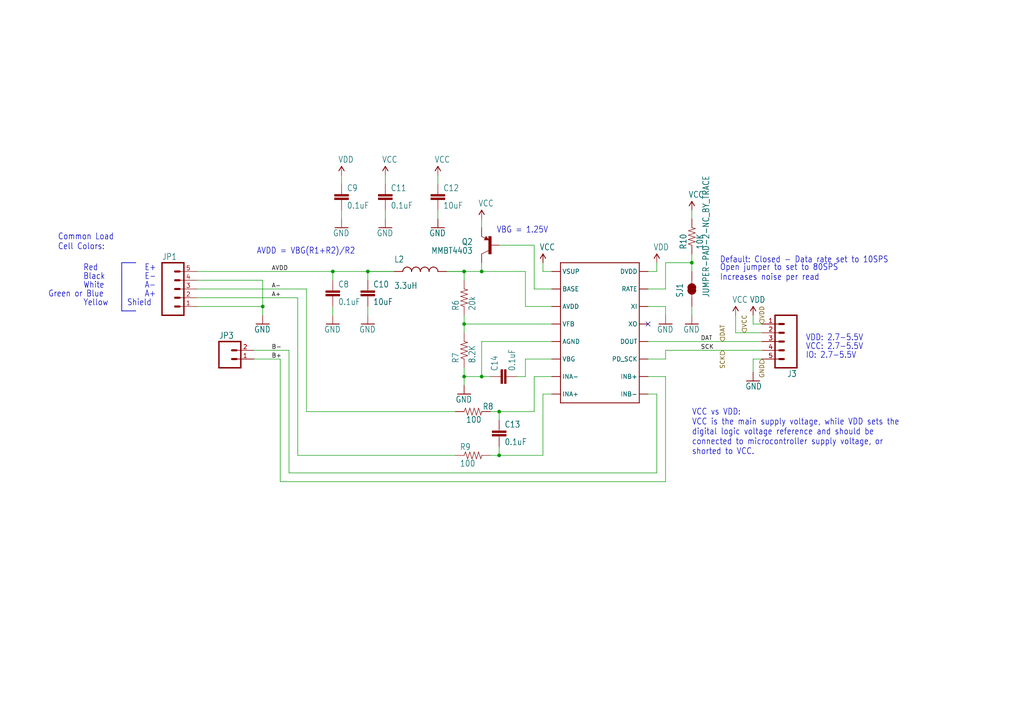
<source format=kicad_sch>
(kicad_sch (version 20231120) (generator "eeschema") (generator_version "8.0")
  (paper "A4")
  (title_block (title "Sparkfun_FASTRG_HX711_Load_Cell") (date "2024-05-20") (rev "v11") (company "Sparkfun, FAST Research Group") (comment 1 "Design by: N. Seidle") (comment 2 "Revision by: Alex Wende") (comment 3 "Revision by: Cameron K. Brooks") (comment 4 "Released under Creative Commons Attributions Share-Alike 4.0 License https://creativecommons.org/licenses/by-sa/4.0/"))
  (lib_symbols
    (symbol "SparkFun_HX711_Load_Cell-eagle-import:0.1UF-25V-5%(0603)"
      (property "Reference" "C" (at 1.524 2.921 0))
      (symbol "0.1UF-25V-5%(0603)_1_0"
        (rectangle (start -2.032 0.508) (end 2.032 1.016) (fill (type outline)))
        (rectangle (start -2.032 1.524) (end 2.032 2.032) (fill (type outline)))
        (polyline (pts (xy 0 0) (xy 0 0.508)) (stroke (width 0.1524)))
        (polyline (pts (xy 0 2.54) (xy 0 2.032)) (stroke (width 0.1524)))
        (pin passive line (at 0 5.08 270) (length 2.54) (name "1") (number "1"))
        (pin passive line (at 0 -2.54 90) (length 2.54) (name "2") (number "2"))
      )
    )
    (symbol "SparkFun_HX711_Load_Cell-eagle-import:100OHM-1/10W-1%(0603)"
      (property "Reference" "R" (at -3.81 1.4986 0))
      (symbol "100OHM-1/10W-1%(0603)_1_0"
        (polyline (pts (xy -2.54 0) (xy -2.159 1.016)) (stroke (width 0.1524)))
        (polyline (pts (xy -2.159 1.016) (xy -1.524 -1.016)) (stroke (width 0.1524)))
        (polyline (pts (xy -1.524 -1.016) (xy -0.889 1.016)) (stroke (width 0.1524)))
        (polyline (pts (xy -0.889 1.016) (xy -0.254 -1.016)) (stroke (width 0.1524)))
        (polyline (pts (xy -0.254 -1.016) (xy 0.381 1.016)) (stroke (width 0.1524)))
        (polyline (pts (xy 0.381 1.016) (xy 1.016 -1.016)) (stroke (width 0.1524)))
        (polyline (pts (xy 1.016 -1.016) (xy 1.651 1.016)) (stroke (width 0.1524)))
        (polyline (pts (xy 1.651 1.016) (xy 2.286 -1.016)) (stroke (width 0.1524)))
        (polyline (pts (xy 2.286 -1.016) (xy 2.54 0)) (stroke (width 0.1524)))
        (pin passive line (at -5.08 0 0) (length 2.54) (name "1") (number "1"))
        (pin passive line (at 5.08 0 180) (length 2.54) (name "2") (number "2"))
      )
    )
    (symbol "SparkFun_HX711_Load_Cell-eagle-import:10KOHM-1/10W-1%(0603)0603"
      (property "Reference" "R" (at -3.81 1.4986 0))
      (symbol "10KOHM-1/10W-1%(0603)0603_1_0"
        (polyline (pts (xy -2.54 0) (xy -2.159 1.016)) (stroke (width 0.1524)))
        (polyline (pts (xy -2.159 1.016) (xy -1.524 -1.016)) (stroke (width 0.1524)))
        (polyline (pts (xy -1.524 -1.016) (xy -0.889 1.016)) (stroke (width 0.1524)))
        (polyline (pts (xy -0.889 1.016) (xy -0.254 -1.016)) (stroke (width 0.1524)))
        (polyline (pts (xy -0.254 -1.016) (xy 0.381 1.016)) (stroke (width 0.1524)))
        (polyline (pts (xy 0.381 1.016) (xy 1.016 -1.016)) (stroke (width 0.1524)))
        (polyline (pts (xy 1.016 -1.016) (xy 1.651 1.016)) (stroke (width 0.1524)))
        (polyline (pts (xy 1.651 1.016) (xy 2.286 -1.016)) (stroke (width 0.1524)))
        (polyline (pts (xy 2.286 -1.016) (xy 2.54 0)) (stroke (width 0.1524)))
        (pin passive line (at -5.08 0 0) (length 2.54) (name "1") (number "1"))
        (pin passive line (at 5.08 0 180) (length 2.54) (name "2") (number "2"))
      )
    )
    (symbol "SparkFun_HX711_Load_Cell-eagle-import:10UF50V20%(1210)"
      (property "Reference" "C" (at 1.524 2.921 0))
      (symbol "10UF50V20%(1210)_1_0"
        (rectangle (start -2.032 0.508) (end 2.032 1.016) (fill (type outline)))
        (rectangle (start -2.032 1.524) (end 2.032 2.032) (fill (type outline)))
        (polyline (pts (xy 0 0) (xy 0 0.508)) (stroke (width 0.1524)))
        (polyline (pts (xy 0 2.54) (xy 0 2.032)) (stroke (width 0.1524)))
        (pin passive line (at 0 5.08 270) (length 2.54) (name "1") (number "1"))
        (pin passive line (at 0 -2.54 90) (length 2.54) (name "2") (number "2"))
      )
    )
    (symbol "SparkFun_HX711_Load_Cell-eagle-import:20KOHM1/10W1%(0603)"
      (property "Reference" "R" (at -3.81 1.4986 0))
      (symbol "20KOHM1/10W1%(0603)_1_0"
        (polyline (pts (xy -2.54 0) (xy -2.159 1.016)) (stroke (width 0.1524)))
        (polyline (pts (xy -2.159 1.016) (xy -1.524 -1.016)) (stroke (width 0.1524)))
        (polyline (pts (xy -1.524 -1.016) (xy -0.889 1.016)) (stroke (width 0.1524)))
        (polyline (pts (xy -0.889 1.016) (xy -0.254 -1.016)) (stroke (width 0.1524)))
        (polyline (pts (xy -0.254 -1.016) (xy 0.381 1.016)) (stroke (width 0.1524)))
        (polyline (pts (xy 0.381 1.016) (xy 1.016 -1.016)) (stroke (width 0.1524)))
        (polyline (pts (xy 1.016 -1.016) (xy 1.651 1.016)) (stroke (width 0.1524)))
        (polyline (pts (xy 1.651 1.016) (xy 2.286 -1.016)) (stroke (width 0.1524)))
        (polyline (pts (xy 2.286 -1.016) (xy 2.54 0)) (stroke (width 0.1524)))
        (pin passive line (at -5.08 0 0) (length 2.54) (name "1") (number "1"))
        (pin passive line (at 5.08 0 180) (length 2.54) (name "2") (number "2"))
      )
    )
    (symbol "SparkFun_HX711_Load_Cell-eagle-import:8.2KOHM-1/10W-5%(0603)"
      (property "Reference" "R" (at -3.81 1.4986 0))
      (symbol "8.2KOHM-1/10W-5%(0603)_1_0"
        (polyline (pts (xy -2.54 0) (xy -2.159 1.016)) (stroke (width 0.1524)))
        (polyline (pts (xy -2.159 1.016) (xy -1.524 -1.016)) (stroke (width 0.1524)))
        (polyline (pts (xy -1.524 -1.016) (xy -0.889 1.016)) (stroke (width 0.1524)))
        (polyline (pts (xy -0.889 1.016) (xy -0.254 -1.016)) (stroke (width 0.1524)))
        (polyline (pts (xy -0.254 -1.016) (xy 0.381 1.016)) (stroke (width 0.1524)))
        (polyline (pts (xy 0.381 1.016) (xy 1.016 -1.016)) (stroke (width 0.1524)))
        (polyline (pts (xy 1.016 -1.016) (xy 1.651 1.016)) (stroke (width 0.1524)))
        (polyline (pts (xy 1.651 1.016) (xy 2.286 -1.016)) (stroke (width 0.1524)))
        (polyline (pts (xy 2.286 -1.016) (xy 2.54 0)) (stroke (width 0.1524)))
        (pin passive line (at -5.08 0 0) (length 2.54) (name "1") (number "1"))
        (pin passive line (at 5.08 0 180) (length 2.54) (name "2") (number "2"))
      )
    )
    (symbol "SparkFun_HX711_Load_Cell-eagle-import:GND" (power)
      (symbol "GND_1_0"
        (polyline (pts (xy -1.905 0) (xy 1.905 0)) (stroke (width 0.254)))
        (pin power_in line (at 0 2.54 270) (length 2.54) (name "GND") (number "1"))
      )
    )
    (symbol "SparkFun_HX711_Load_Cell-eagle-import:HX711HX711"
      (symbol "HX711HX711_1_0"
        (polyline (pts (xy -12.7 -20.32) (xy -12.7 20.32)) (stroke (width 0.254)))
        (polyline (pts (xy -12.7 20.32) (xy 10.16 20.32)) (stroke (width 0.254)))
        (polyline (pts (xy 10.16 -20.32) (xy -12.7 -20.32)) (stroke (width 0.254)))
        (polyline (pts (xy 10.16 20.32) (xy 10.16 -20.32)) (stroke (width 0.254)))
        (pin bidirectional line (at -15.24 17.78 0) (length 2.54) (name "VSUP") (number "1"))
        (pin bidirectional line (at 12.7 -12.7 180) (length 2.54) (name "INB+") (number "10"))
        (pin bidirectional line (at 12.7 -7.62 180) (length 2.54) (name "PD_SCK") (number "11"))
        (pin bidirectional line (at 12.7 -2.54 180) (length 2.54) (name "DOUT") (number "12"))
        (pin bidirectional line (at 12.7 2.54 180) (length 2.54) (name "XO") (number "13"))
        (pin bidirectional line (at 12.7 7.62 180) (length 2.54) (name "XI") (number "14"))
        (pin bidirectional line (at 12.7 12.7 180) (length 2.54) (name "RATE") (number "15"))
        (pin bidirectional line (at 12.7 17.78 180) (length 2.54) (name "DVDD") (number "16"))
        (pin bidirectional line (at -15.24 12.7 0) (length 2.54) (name "BASE") (number "2"))
        (pin bidirectional line (at -15.24 7.62 0) (length 2.54) (name "AVDD") (number "3"))
        (pin bidirectional line (at -15.24 2.54 0) (length 2.54) (name "VFB") (number "4"))
        (pin bidirectional line (at -15.24 -2.54 0) (length 2.54) (name "AGND") (number "5"))
        (pin bidirectional line (at -15.24 -7.62 0) (length 2.54) (name "VBG") (number "6"))
        (pin bidirectional line (at -15.24 -12.7 0) (length 2.54) (name "INA-") (number "7"))
        (pin bidirectional line (at -15.24 -17.78 0) (length 2.54) (name "INA+") (number "8"))
        (pin bidirectional line (at 12.7 -17.78 180) (length 2.54) (name "INB-") (number "9"))
      )
    )
    (symbol "SparkFun_HX711_Load_Cell-eagle-import:INDUCTOR0805-IND"
      (property "Reference" "L" (at 2.54 5.08 0))
      (symbol "INDUCTOR0805-IND_1_0"
        (arc (start 0 -5.08) (mid 0.898 -4.708) (end 1.27 -3.81) (stroke (width 0.254)))
        (arc (start 0 -2.54) (mid 0.898 -2.168) (end 1.27 -1.27) (stroke (width 0.254)))
        (arc (start 0 0) (mid 0.898 0.372) (end 1.27 1.27) (stroke (width 0.254)))
        (arc (start 0 2.54) (mid 0.898 2.912) (end 1.27 3.81) (stroke (width 0.254)))
        (arc (start 1.27 -3.81) (mid 0.898 -2.912) (end 0 -2.54) (stroke (width 0.254)))
        (arc (start 1.27 -1.27) (mid 0.898 -0.372) (end 0 0) (stroke (width 0.254)))
        (arc (start 1.27 1.27) (mid 0.898 2.168) (end 0 2.54) (stroke (width 0.254)))
        (arc (start 1.27 3.81) (mid 0.898 4.708) (end 0 5.08) (stroke (width 0.254)))
        (pin passive line (at 0 7.62 270) (length 2.54) (name "1") (number "1"))
        (pin passive line (at 0 -7.62 90) (length 2.54) (name "2") (number "2"))
      )
    )
    (symbol "SparkFun_HX711_Load_Cell-eagle-import:JUMPER-PAD-2-NC_BY_TRACE"
      (property "Reference" "JP" (at -2.54 2.54 0))
      (symbol "JUMPER-PAD-2-NC_BY_TRACE_1_0"
        (arc (start -0.3808 0.635) (mid -1.0159 0.0001) (end -0.381 -0.635) (stroke (width 1.27)))
        (polyline (pts (xy -2.54 0) (xy -1.651 0)) (stroke (width 0.1524)))
        (polyline (pts (xy -0.762 0) (xy 1.016 0)) (stroke (width 0.254)))
        (polyline (pts (xy 2.54 0) (xy 1.651 0)) (stroke (width 0.1524)))
        (arc (start 0.3809 -0.6351) (mid 0.83 -0.4491) (end 1.016 0) (stroke (width 1.27)))
        (arc (start 1.0159 -0.0001) (mid 0.83 0.4489) (end 0.381 0.635) (stroke (width 1.27)))
        (pin passive line (at -5.08 0 0) (length 2.54) (name "1") (number "1"))
        (pin passive line (at 5.08 0 180) (length 2.54) (name "2") (number "2"))
      )
    )
    (symbol "SparkFun_HX711_Load_Cell-eagle-import:M02PTH"
      (property "Reference" "J" (at -2.54 5.842 0))
      (symbol "M02PTH_1_0"
        (polyline (pts (xy -2.54 5.08) (xy -2.54 -2.54)) (stroke (width 0.4064)))
        (polyline (pts (xy -2.54 5.08) (xy 3.81 5.08)) (stroke (width 0.4064)))
        (polyline (pts (xy 1.27 0) (xy 2.54 0)) (stroke (width 0.6096)))
        (polyline (pts (xy 1.27 2.54) (xy 2.54 2.54)) (stroke (width 0.6096)))
        (polyline (pts (xy 3.81 -2.54) (xy -2.54 -2.54)) (stroke (width 0.4064)))
        (polyline (pts (xy 3.81 -2.54) (xy 3.81 5.08)) (stroke (width 0.4064)))
        (pin passive line (at 7.62 0 180) (length 5.08) (name "1") (number "1"))
        (pin passive line (at 7.62 2.54 180) (length 5.08) (name "2") (number "2"))
      )
    )
    (symbol "SparkFun_HX711_Load_Cell-eagle-import:M05PTH"
      (property "Reference" "J" (at -2.54 8.382 0))
      (symbol "M05PTH_1_0"
        (polyline (pts (xy -2.54 7.62) (xy -2.54 -7.62)) (stroke (width 0.4064)))
        (polyline (pts (xy -2.54 7.62) (xy 3.81 7.62)) (stroke (width 0.4064)))
        (polyline (pts (xy 1.27 -5.08) (xy 2.54 -5.08)) (stroke (width 0.6096)))
        (polyline (pts (xy 1.27 -2.54) (xy 2.54 -2.54)) (stroke (width 0.6096)))
        (polyline (pts (xy 1.27 0) (xy 2.54 0)) (stroke (width 0.6096)))
        (polyline (pts (xy 1.27 2.54) (xy 2.54 2.54)) (stroke (width 0.6096)))
        (polyline (pts (xy 1.27 5.08) (xy 2.54 5.08)) (stroke (width 0.6096)))
        (polyline (pts (xy 3.81 -7.62) (xy -2.54 -7.62)) (stroke (width 0.4064)))
        (polyline (pts (xy 3.81 -7.62) (xy 3.81 7.62)) (stroke (width 0.4064)))
        (pin passive line (at 7.62 -5.08 180) (length 5.08) (name "1") (number "1"))
        (pin passive line (at 7.62 -2.54 180) (length 5.08) (name "2") (number "2"))
        (pin passive line (at 7.62 0 180) (length 5.08) (name "3") (number "3"))
        (pin passive line (at 7.62 2.54 180) (length 5.08) (name "4") (number "4"))
        (pin passive line (at 7.62 5.08 180) (length 5.08) (name "5") (number "5"))
      )
    )
    (symbol "SparkFun_HX711_Load_Cell-eagle-import:TRANSISTOR_PNPMMBT4403"
      (property "Reference" "Q" (at 5.08 0 0))
      (symbol "TRANSISTOR_PNPMMBT4403_1_0"
        (rectangle (start -0.254 -2.54) (end 0.508 2.54) (fill (type outline)))
        (polyline (pts (xy 0.508 -1.524) (xy 2.54 -2.54)) (stroke (width 0.1524)))
        (polyline (pts (xy 0.508 1.524) (xy 1.27 2.54)) (stroke (width 0.1524)))
        (polyline (pts (xy 0.8128 1.778) (xy 0.889 1.6256)) (stroke (width 0.2032)))
        (polyline (pts (xy 0.9398 1.8796) (xy 1.0414 1.651)) (stroke (width 0.2032)))
        (polyline (pts (xy 1.016 2.032) (xy 1.2192 1.6256)) (stroke (width 0.2032)))
        (polyline (pts (xy 1.143 2.159) (xy 1.397 1.6256)) (stroke (width 0.2032)))
        (polyline (pts (xy 1.2192 2.3114) (xy 1.5748 1.6256)) (stroke (width 0.2032)))
        (polyline (pts (xy 1.27 2.54) (xy 1.778 1.524)) (stroke (width 0.1524)))
        (polyline (pts (xy 1.778 1.524) (xy 0.508 1.524)) (stroke (width 0.1524)))
        (polyline (pts (xy 2.54 2.54) (xy 0.508 1.524)) (stroke (width 0.1524)))
        (pin passive line (at -2.54 0 0) (length 2.54) (name "B") (number "1"))
        (pin passive line (at 2.54 5.08 270) (length 2.54) (name "E") (number "2"))
        (pin passive line (at 2.54 -5.08 90) (length 2.54) (name "C") (number "3"))
      )
    )
    (symbol "SparkFun_HX711_Load_Cell-eagle-import:VCC" (power)
      (symbol "VCC_1_0"
        (polyline (pts (xy 0 2.54) (xy -0.762 1.27)) (stroke (width 0.254)))
        (polyline (pts (xy 0.762 1.27) (xy 0 2.54)) (stroke (width 0.254)))
        (pin power_in line (at 0 0 90) (length 2.54) (name "VCC") (number "1"))
      )
    )
    (symbol "SparkFun_HX711_Load_Cell-eagle-import:VDD" (power)
      (symbol "VDD_1_0"
        (polyline (pts (xy 0 2.54) (xy -0.762 1.27)) (stroke (width 0.254)))
        (polyline (pts (xy 0.762 1.27) (xy 0 2.54)) (stroke (width 0.254)))
        (pin power_in line (at 0 0 90) (length 2.54) (name "VDD") (number "1"))
      )
    )
  )
  (junction (at 144.78 119.38))
  (junction (at 139.7 109.22))
  (junction (at 134.62 78.74))
  (junction (at 139.7 78.74))
  (junction (at 144.78 132.08))
  (junction (at 76.2 88.9))
  (junction (at 134.62 109.22))
  (junction (at 200.66 76.2))
  (junction (at 96.52 78.74))
  (junction (at 134.62 93.98))
  (junction (at 106.68 78.74))
  (no_connect (at 187.96 93.98))
  (wire (pts (xy 57.15 88.9) (xy 76.2 88.9)) (stroke (width 0.1524)))
  (wire (pts (xy 160.02 93.98) (xy 134.62 93.98)) (stroke (width 0.1524)))
  (wire (pts (xy 193.04 139.7) (xy 81.28 139.7)) (stroke (width 0.1524)))
  (wire (pts (xy 152.4 109.22) (xy 149.86 109.22)) (stroke (width 0.1524)))
  (wire (pts (xy 81.28 139.7) (xy 81.28 104.14)) (stroke (width 0.1524)))
  (wire (pts (xy 134.62 111.76) (xy 134.62 109.22)) (stroke (width 0.1524)))
  (wire (pts (xy 139.7 78.74) (xy 134.62 78.74)) (stroke (width 0.1524)))
  (wire (pts (xy 193.04 104.14) (xy 193.04 101.6)) (stroke (width 0.1524)))
  (wire (pts (xy 160.02 88.9) (xy 152.4 88.9)) (stroke (width 0.1524)))
  (wire (pts (xy 157.48 132.08) (xy 144.78 132.08)) (stroke (width 0.1524)))
  (wire (pts (xy 111.76 63.5) (xy 111.76 60.96)) (stroke (width 0.1524)))
  (wire (pts (xy 83.82 137.16) (xy 83.82 101.6)) (stroke (width 0.1524)))
  (wire (pts (xy 160.02 104.14) (xy 152.4 104.14)) (stroke (width 0.1524)))
  (wire (pts (xy 142.24 109.22) (xy 139.7 109.22)) (stroke (width 0.1524)))
  (wire (pts (xy 96.52 78.74) (xy 57.15 78.74)) (stroke (width 0.1524)))
  (wire (pts (xy 99.06 63.5) (xy 99.06 60.96)) (stroke (width 0.1524)))
  (wire (pts (xy 193.04 101.6) (xy 220.98 101.6)) (stroke (width 0.1524)))
  (wire (pts (xy 144.78 121.92) (xy 144.78 119.38)) (stroke (width 0.1524)))
  (wire (pts (xy 139.7 63.5) (xy 139.7 66.04)) (stroke (width 0.1524)))
  (wire (pts (xy 200.66 63.5) (xy 200.66 60.96)) (stroke (width 0.1524)))
  (wire (pts (xy 144.78 119.38) (xy 142.24 119.38)) (stroke (width 0.1524)))
  (wire (pts (xy 106.68 78.74) (xy 106.68 81.28)) (stroke (width 0.1524)))
  (wire (pts (xy 106.68 78.74) (xy 96.52 78.74)) (stroke (width 0.1524)))
  (wire (pts (xy 106.68 91.44) (xy 106.68 88.9)) (stroke (width 0.1524)))
  (wire (pts (xy 157.48 78.74) (xy 160.02 78.74)) (stroke (width 0.1524)))
  (wire (pts (xy 144.78 129.54) (xy 144.78 132.08)) (stroke (width 0.1524)))
  (wire (pts (xy 132.08 132.08) (xy 86.36 132.08)) (stroke (width 0.1524)))
  (wire (pts (xy 134.62 93.98) (xy 134.62 91.44)) (stroke (width 0.1524)))
  (wire (pts (xy 187.96 104.14) (xy 193.04 104.14)) (stroke (width 0.1524)))
  (wire (pts (xy 190.5 114.3) (xy 190.5 137.16)) (stroke (width 0.1524)))
  (wire (pts (xy 134.62 96.52) (xy 134.62 93.98)) (stroke (width 0.1524)))
  (wire (pts (xy 190.5 137.16) (xy 83.82 137.16)) (stroke (width 0.1524)))
  (wire (pts (xy 200.66 76.2) (xy 193.04 76.2)) (stroke (width 0.1524)))
  (wire (pts (xy 154.94 109.22) (xy 154.94 119.38)) (stroke (width 0.1524)))
  (polyline (pts (xy 35.306 90.17) (xy 39.37 90.17)) (stroke (width 0.2032) (type solid)))
  (wire (pts (xy 218.44 91.44) (xy 218.44 93.98)) (stroke (width 0.1524)))
  (wire (pts (xy 190.5 78.74) (xy 190.5 76.2)) (stroke (width 0.1524)))
  (wire (pts (xy 111.76 50.8) (xy 111.76 53.34)) (stroke (width 0.1524)))
  (wire (pts (xy 134.62 106.68) (xy 134.62 109.22)) (stroke (width 0.1524)))
  (wire (pts (xy 187.96 99.06) (xy 220.98 99.06)) (stroke (width 0.1524)))
  (wire (pts (xy 200.66 76.2) (xy 200.66 78.74)) (stroke (width 0.1524)))
  (wire (pts (xy 88.9 119.38) (xy 88.9 83.82)) (stroke (width 0.1524)))
  (wire (pts (xy 139.7 99.06) (xy 139.7 109.22)) (stroke (width 0.1524)))
  (wire (pts (xy 139.7 76.2) (xy 139.7 78.74)) (stroke (width 0.1524)))
  (wire (pts (xy 144.78 71.12) (xy 154.94 71.12)) (stroke (width 0.1524)))
  (wire (pts (xy 154.94 119.38) (xy 144.78 119.38)) (stroke (width 0.1524)))
  (wire (pts (xy 218.44 104.14) (xy 218.44 107.95)) (stroke (width 0.1524)))
  (wire (pts (xy 152.4 78.74) (xy 139.7 78.74)) (stroke (width 0.1524)))
  (wire (pts (xy 152.4 88.9) (xy 152.4 78.74)) (stroke (width 0.1524)))
  (wire (pts (xy 193.04 109.22) (xy 193.04 139.7)) (stroke (width 0.1524)))
  (wire (pts (xy 96.52 81.28) (xy 96.52 78.74)) (stroke (width 0.1524)))
  (wire (pts (xy 134.62 81.28) (xy 134.62 78.74)) (stroke (width 0.1524)))
  (wire (pts (xy 157.48 114.3) (xy 157.48 132.08)) (stroke (width 0.1524)))
  (wire (pts (xy 200.66 73.66) (xy 200.66 76.2)) (stroke (width 0.1524)))
  (polyline (pts (xy 35.306 76.2) (xy 39.37 76.2)) (stroke (width 0.2032) (type solid)))
  (wire (pts (xy 96.52 88.9) (xy 96.52 91.44)) (stroke (width 0.1524)))
  (wire (pts (xy 220.98 96.52) (xy 213.36 96.52)) (stroke (width 0.1524)))
  (wire (pts (xy 76.2 88.9) (xy 76.2 91.44)) (stroke (width 0.1524)))
  (wire (pts (xy 83.82 101.6) (xy 73.66 101.6)) (stroke (width 0.1524)))
  (wire (pts (xy 220.98 104.14) (xy 218.44 104.14)) (stroke (width 0.1524)))
  (wire (pts (xy 160.02 114.3) (xy 157.48 114.3)) (stroke (width 0.1524)))
  (wire (pts (xy 187.96 88.9) (xy 193.04 88.9)) (stroke (width 0.1524)))
  (wire (pts (xy 76.2 81.28) (xy 76.2 88.9)) (stroke (width 0.1524)))
  (wire (pts (xy 187.96 114.3) (xy 190.5 114.3)) (stroke (width 0.1524)))
  (wire (pts (xy 129.54 78.74) (xy 134.62 78.74)) (stroke (width 0.2032)))
  (wire (pts (xy 193.04 76.2) (xy 193.04 83.82)) (stroke (width 0.1524)))
  (wire (pts (xy 160.02 83.82) (xy 154.94 83.82)) (stroke (width 0.1524)))
  (wire (pts (xy 152.4 104.14) (xy 152.4 109.22)) (stroke (width 0.1524)))
  (wire (pts (xy 200.66 88.9) (xy 200.66 91.44)) (stroke (width 0.1524)))
  (wire (pts (xy 132.08 119.38) (xy 88.9 119.38)) (stroke (width 0.1524)))
  (wire (pts (xy 127 53.34) (xy 127 50.8)) (stroke (width 0.1524)))
  (wire (pts (xy 187.96 78.74) (xy 190.5 78.74)) (stroke (width 0.1524)))
  (wire (pts (xy 106.68 78.74) (xy 114.3 78.74)) (stroke (width 0.2032)))
  (wire (pts (xy 218.44 93.98) (xy 220.98 93.98)) (stroke (width 0.1524)))
  (wire (pts (xy 81.28 104.14) (xy 73.66 104.14)) (stroke (width 0.1524)))
  (wire (pts (xy 160.02 99.06) (xy 139.7 99.06)) (stroke (width 0.1524)))
  (polyline (pts (xy 35.306 76.2) (xy 35.306 90.17)) (stroke (width 0.2032) (type solid)))
  (wire (pts (xy 88.9 83.82) (xy 57.15 83.82)) (stroke (width 0.1524)))
  (wire (pts (xy 160.02 109.22) (xy 154.94 109.22)) (stroke (width 0.1524)))
  (wire (pts (xy 154.94 71.12) (xy 154.94 83.82)) (stroke (width 0.1524)))
  (wire (pts (xy 99.06 50.8) (xy 99.06 53.34)) (stroke (width 0.1524)))
  (wire (pts (xy 86.36 86.36) (xy 57.15 86.36)) (stroke (width 0.1524)))
  (wire (pts (xy 187.96 83.82) (xy 193.04 83.82)) (stroke (width 0.1524)))
  (wire (pts (xy 86.36 132.08) (xy 86.36 86.36)) (stroke (width 0.1524)))
  (wire (pts (xy 157.48 76.2) (xy 157.48 78.74)) (stroke (width 0.1524)))
  (wire (pts (xy 144.78 132.08) (xy 142.24 132.08)) (stroke (width 0.1524)))
  (wire (pts (xy 127 60.96) (xy 127 63.5)) (stroke (width 0.1524)))
  (wire (pts (xy 139.7 109.22) (xy 134.62 109.22)) (stroke (width 0.1524)))
  (wire (pts (xy 213.36 96.52) (xy 213.36 91.44)) (stroke (width 0.1524)))
  (wire (pts (xy 187.96 109.22) (xy 193.04 109.22)) (stroke (width 0.1524)))
  (wire (pts (xy 193.04 88.9) (xy 193.04 91.44)) (stroke (width 0.1524)))
  (wire (pts (xy 57.15 81.28) (xy 76.2 81.28)) (stroke (width 0.1524)))
  (text "Open jumper to set to 80SPS\nIncreases noise per read" (at 208.788 81.534 0) (effects (font (size 1.778 1.5113)) (justify left bottom)))
  (text "Common Load\nCell Colors:" (at 16.764 72.644 0) (effects (font (size 1.778 1.5113)) (justify left bottom)))
  (text "Default: Closed - Data rate set to 10SPS" (at 208.788 76.454 0) (effects (font (size 1.778 1.5113)) (justify left bottom)))
  (text "Black" (at 24.13 81.28 0) (effects (font (size 1.778 1.5113)) (justify left bottom)))
  (text "Green or Blue" (at 13.97 86.36 0) (effects (font (size 1.778 1.5113)) (justify left bottom)))
  (text "White" (at 24.13 83.82 0) (effects (font (size 1.778 1.5113)) (justify left bottom)))
  (text "VCC vs VDD:\nVCC is the main supply voltage, while VDD sets the\ndigital logic voltage reference and should be\nconnected to microcontroller supply voltage, or\nshorted to VCC." (at 200.66 132.08 0) (effects (font (size 1.778 1.5113)) (justify left bottom)))
  (text "E-" (at 41.91 81.28 0) (effects (font (size 1.778 1.5113)) (justify left bottom)))
  (text "VBG = 1.25V" (at 144.018 67.818 0) (effects (font (size 1.778 1.5113)) (justify left bottom)))
  (text "E+" (at 41.91 78.74 0) (effects (font (size 1.778 1.5113)) (justify left bottom)))
  (text "Yellow" (at 24.13 88.9 0) (effects (font (size 1.778 1.5113)) (justify left bottom)))
  (text "AVDD = VBG(R1+R2)/R2" (at 74.422 73.914 0) (effects (font (size 1.778 1.5113)) (justify left bottom)))
  (text "IO: 2.7-5.5V" (at 233.68 104.14 0) (effects (font (size 1.778 1.5113)) (justify left bottom)))
  (text "Shield" (at 36.83 88.9 0) (effects (font (size 1.778 1.5113)) (justify left bottom)))
  (text "A+" (at 41.91 86.36 0) (effects (font (size 1.778 1.5113)) (justify left bottom)))
  (text "VCC: 2.7-5.5V" (at 233.68 101.6 0) (effects (font (size 1.778 1.5113)) (justify left bottom)))
  (text "A-" (at 41.91 83.82 0) (effects (font (size 1.778 1.5113)) (justify left bottom)))
  (text "Red" (at 24.13 78.74 0) (effects (font (size 1.778 1.5113)) (justify left bottom)))
  (text "VDD: 2.7-5.5V" (at 233.68 99.06 0) (effects (font (size 1.778 1.5113)) (justify left bottom)))
  (label "AVDD" (at 78.74 78.74 0) (effects (font (size 1.2446 1.2446))))
  (label "SCK" (at 203.2 101.6 0) (effects (font (size 1.2446 1.2446))))
  (label "B+" (at 78.74 104.14 0) (effects (font (size 1.2446 1.2446))))
  (label "B-" (at 78.74 101.6 0) (effects (font (size 1.2446 1.2446))))
  (label "A-" (at 78.74 83.82 0) (effects (font (size 1.2446 1.2446))))
  (label "A+" (at 78.74 86.36 0) (effects (font (size 1.2446 1.2446))))
  (label "DAT" (at 203.2 99.06 0) (effects (font (size 1.2446 1.2446))))
  (hierarchical_label "DAT" (shape input) (at 209.55 99.06 90))
  (hierarchical_label "SCK" (shape input) (at 209.55 101.6 270))
  (hierarchical_label "VDD" (shape input) (at 220.98 93.98 90))
  (hierarchical_label "GND" (shape input) (at 220.98 104.14 270))
  (hierarchical_label "VCC" (shape input) (at 215.9 96.52 90))
  (symbol (lib_id "SparkFun_HX711_Load_Cell-eagle-import:0.1UF-25V-5%(0603)") (at 96.52 86.36 0) (unit 1)
    (property "Reference" "C8" (at 98.044 83.439 0) (effects (font (size 1.778 1.5113)) (justify left bottom)))
    (property "Value" "0.1uF" (at 98.044 88.519 0) (effects (font (size 1.778 1.5113)) (justify left bottom)))
    (property "Footprint" "SparkFun_HX711_Load_Cell:0603-CAP" (effects (hide yes)))
    (instances (project "BREAD_Slice" (path "" (reference "C8") (unit 1)) (path "" (reference "C3") (unit 1))))
  )
  (symbol (lib_id "SparkFun_HX711_Load_Cell-eagle-import:0.1UF-25V-5%(0603)") (at 99.06 58.42 0) (unit 1)
    (property "Reference" "C9" (at 100.584 55.499 0) (effects (font (size 1.778 1.5113)) (justify left bottom)))
    (property "Value" "0.1uF" (at 100.584 60.579 0) (effects (font (size 1.778 1.5113)) (justify left bottom)))
    (property "Footprint" "SparkFun_HX711_Load_Cell:0603-CAP" (effects (hide yes)))
    (instances (project "BREAD_Slice" (path "" (reference "C9") (unit 1)) (path "" (reference "C4") (unit 1))))
  )
  (symbol (lib_id "SparkFun_HX711_Load_Cell-eagle-import:10UF50V20%(1210)") (at 127 58.42 0) (unit 1)
    (property "Reference" "C12" (at 128.524 55.499 0) (effects (font (size 1.778 1.5113)) (justify left bottom)))
    (property "Value" "10uF" (at 128.524 60.579 0) (effects (font (size 1.778 1.5113)) (justify left bottom)))
    (property "Footprint" "SparkFun_HX711_Load_Cell:1210" (effects (hide yes)))
    (instances (project "BREAD_Slice" (path "" (reference "C12") (unit 1)) (path "" (reference "C6") (unit 1))))
  )
  (symbol (lib_id "SparkFun_HX711_Load_Cell-eagle-import:GND") (at 134.62 114.3 0) (unit 1)
    (property "Reference" "#GND017" (effects (hide yes)))
    (property "Value" "GND" (at 132.08 116.84 0) (effects (font (size 1.778 1.5113)) (justify left bottom)))
    (instances (project "BREAD_Slice" (path "" (reference "#GND017") (unit 1)) (path "" (reference "#GND09") (unit 1))))
  )
  (symbol (lib_id "SparkFun_HX711_Load_Cell-eagle-import:VCC") (at 213.36 91.44 0) (unit 1)
    (property "Reference" "#SUPPLY017" (effects (hide yes)))
    (property "Value" "VCC" (at 212.344 87.884 0) (effects (font (size 1.778 1.5113)) (justify left bottom)))
    (instances (project "BREAD_Slice" (path "" (reference "#SUPPLY017") (unit 1)) (path "" (reference "#SUPPLY05") (unit 1))))
  )
  (symbol (lib_id "SparkFun_HX711_Load_Cell-eagle-import:100OHM-1/10W-1%(0603)") (at 137.16 119.38 0) (unit 1)
    (property "Reference" "R8" (at 139.954 118.872 0) (effects (font (size 1.778 1.5113)) (justify left bottom)))
    (property "Value" "100" (at 135.128 122.682 0) (effects (font (size 1.778 1.5113)) (justify left bottom)))
    (property "Footprint" "SparkFun_HX711_Load_Cell:0603-RES" (effects (hide yes)))
    (instances (project "BREAD_Slice" (path "" (reference "R8") (unit 1)) (path "" (reference "R3") (unit 1))))
  )
  (symbol (lib_id "SparkFun_HX711_Load_Cell-eagle-import:M02PTH") (at 66.04 104.14 0) (unit 1)
    (property "Reference" "JP3" (at 63.5 98.298 0) (effects (font (size 1.778 1.5113)) (justify left bottom)))
    (property "Value" "M02PTH" (effects (hide yes)))
    (property "Footprint" "SparkFun_HX711_Load_Cell:1X02" (effects (hide yes)))
    (instances (project "BREAD_Slice" (path "" (reference "JP3") (unit 1)) (path "" (reference "JP2") (unit 1))))
  )
  (symbol (lib_id "SparkFun_HX711_Load_Cell-eagle-import:VDD") (at 190.5 76.2 0) (unit 1)
    (property "Reference" "#SUPPLY015" (effects (hide yes)))
    (property "Value" "VDD" (at 189.484 72.644 0) (effects (font (size 1.778 1.5113)) (justify left bottom)))
    (instances (project "BREAD_Slice" (path "" (reference "#SUPPLY015") (unit 1)) (path "" (reference "#SUPPLY04") (unit 1))))
  )
  (symbol (lib_id "SparkFun_HX711_Load_Cell-eagle-import:0.1UF-25V-5%(0603)") (at 147.32 109.22 90) (unit 1)
    (property "Reference" "C14" (at 144.399 107.696 0) (effects (font (size 1.778 1.5113)) (justify left bottom)))
    (property "Value" "0.1uF" (at 149.479 107.696 0) (effects (font (size 1.778 1.5113)) (justify left bottom)))
    (property "Footprint" "SparkFun_HX711_Load_Cell:0603-CAP" (effects (hide yes)))
    (instances (project "BREAD_Slice" (path "" (reference "C14") (unit 1)) (path "" (reference "C2") (unit 1))))
  )
  (symbol (lib_id "SparkFun_HX711_Load_Cell-eagle-import:20KOHM1/10W1%(0603)") (at 134.62 86.36 90) (unit 1)
    (property "Reference" "R6" (at 133.1214 90.17 0) (effects (font (size 1.778 1.5113)) (justify left bottom)))
    (property "Value" "20k" (at 137.922 90.17 0) (effects (font (size 1.778 1.5113)) (justify left bottom)))
    (property "Footprint" "SparkFun_HX711_Load_Cell:0603-RES" (effects (hide yes)))
    (instances (project "BREAD_Slice" (path "" (reference "R6") (unit 1)) (path "" (reference "R1") (unit 1))))
  )
  (symbol (lib_id "SparkFun_HX711_Load_Cell-eagle-import:GND") (at 193.04 93.98 0) (unit 1)
    (property "Reference" "#GND018" (effects (hide yes)))
    (property "Value" "GND" (at 190.5 96.52 0) (effects (font (size 1.778 1.5113)) (justify left bottom)))
    (instances (project "BREAD_Slice" (path "" (reference "#GND018") (unit 1)) (path "" (reference "#GND02") (unit 1))))
  )
  (symbol (lib_id "SparkFun_HX711_Load_Cell-eagle-import:JUMPER-PAD-2-NC_BY_TRACE") (at 200.66 83.82 90) (unit 1)
    (property "Reference" "SJ1" (at 198.12 86.36 0) (effects (font (size 1.778 1.5113)) (justify left bottom)))
    (property "Value" "JUMPER-PAD-2-NC_BY_TRACE" (at 205.74 86.36 0) (effects (font (size 1.778 1.5113)) (justify left bottom)))
    (property "Footprint" "SparkFun_HX711_Load_Cell:PAD-JUMPER-2-NC_BY_TRACE_YES_SILK" (effects (hide yes)))
    (instances (project "BREAD_Slice" (path "" (reference "SJ1") (unit 1)) (path "" (reference "SJ2") (unit 1))))
  )
  (symbol (lib_id "SparkFun_HX711_Load_Cell-eagle-import:0.1UF-25V-5%(0603)") (at 111.76 58.42 0) (unit 1)
    (property "Reference" "C11" (at 113.284 55.499 0) (effects (font (size 1.778 1.5113)) (justify left bottom)))
    (property "Value" "0.1uF" (at 113.284 60.579 0) (effects (font (size 1.778 1.5113)) (justify left bottom)))
    (property "Footprint" "SparkFun_HX711_Load_Cell:0603-CAP" (effects (hide yes)))
    (instances (project "BREAD_Slice" (path "" (reference "C11") (unit 1)) (path "" (reference "C5") (unit 1))))
  )
  (symbol (lib_id "SparkFun_HX711_Load_Cell-eagle-import:GND") (at 106.68 93.98 0) (unit 1)
    (property "Reference" "#GND014" (effects (hide yes)))
    (property "Value" "GND" (at 104.14 96.52 0) (effects (font (size 1.778 1.5113)) (justify left bottom)))
    (instances (project "BREAD_Slice" (path "" (reference "#GND014") (unit 1)) (path "" (reference "#GND05") (unit 1))))
  )
  (symbol (lib_id "SparkFun_HX711_Load_Cell-eagle-import:GND") (at 111.76 66.04 0) (unit 1)
    (property "Reference" "#GND015" (effects (hide yes)))
    (property "Value" "GND" (at 109.22 68.58 0) (effects (font (size 1.778 1.5113)) (justify left bottom)))
    (instances (project "BREAD_Slice" (path "" (reference "#GND015") (unit 1)) (path "" (reference "#GND08") (unit 1))))
  )
  (symbol (lib_id "SparkFun_HX711_Load_Cell-eagle-import:10UF50V20%(1210)") (at 106.68 86.36 0) (unit 1)
    (property "Reference" "C10" (at 108.204 83.439 0) (effects (font (size 1.778 1.5113)) (justify left bottom)))
    (property "Value" "10uF" (at 108.204 88.519 0) (effects (font (size 1.778 1.5113)) (justify left bottom)))
    (property "Footprint" "SparkFun_HX711_Load_Cell:1210" (effects (hide yes)))
    (instances (project "BREAD_Slice" (path "" (reference "C10") (unit 1)) (path "" (reference "C7") (unit 1))))
  )
  (symbol (lib_id "SparkFun_HX711_Load_Cell-eagle-import:0.1UF-25V-5%(0603)") (at 144.78 127 0) (unit 1)
    (property "Reference" "C13" (at 146.304 124.079 0) (effects (font (size 1.778 1.5113)) (justify left bottom)))
    (property "Value" "0.1uF" (at 146.304 129.159 0) (effects (font (size 1.778 1.5113)) (justify left bottom)))
    (property "Footprint" "SparkFun_HX711_Load_Cell:0603-CAP" (effects (hide yes)))
    (instances (project "BREAD_Slice" (path "" (reference "C13") (unit 1)) (path "" (reference "C1") (unit 1))))
  )
  (symbol (lib_id "SparkFun_HX711_Load_Cell-eagle-import:VDD") (at 99.06 50.8 0) (unit 1)
    (property "Reference" "#SUPPLY010" (effects (hide yes)))
    (property "Value" "VDD" (at 98.044 47.244 0) (effects (font (size 1.778 1.5113)) (justify left bottom)))
    (instances (project "BREAD_Slice" (path "" (reference "#SUPPLY010") (unit 1)) (path "" (reference "#SUPPLY09") (unit 1))))
  )
  (symbol (lib_id "SparkFun_HX711_Load_Cell-eagle-import:INDUCTOR0805-IND") (at 121.92 78.74 90) (unit 1)
    (property "Reference" "L2" (at 114.3 76.2 90) (effects (font (size 1.778 1.5113)) (justify right top)))
    (property "Value" "3.3uH" (at 114.3 83.82 90) (effects (font (size 1.778 1.5113)) (justify right top)))
    (property "Footprint" "SparkFun_HX711_Load_Cell:0805" (effects (hide yes)))
    (instances (project "BREAD_Slice" (path "" (reference "L2") (unit 1)) (path "" (reference "L1") (unit 1))))
  )
  (symbol (lib_id "SparkFun_HX711_Load_Cell-eagle-import:VDD") (at 218.44 91.44 0) (unit 1)
    (property "Reference" "#SUPPLY018" (effects (hide yes)))
    (property "Value" "VDD" (at 217.424 87.884 0) (effects (font (size 1.778 1.5113)) (justify left bottom)))
    (instances (project "BREAD_Slice" (path "" (reference "#SUPPLY018") (unit 1)) (path "" (reference "#SUPPLY08") (unit 1))))
  )
  (symbol (lib_id "SparkFun_HX711_Load_Cell-eagle-import:GND") (at 96.52 93.98 0) (unit 1)
    (property "Reference" "#GND012" (effects (hide yes)))
    (property "Value" "GND" (at 93.98 96.52 0) (effects (font (size 1.778 1.5113)) (justify left bottom)))
    (instances (project "BREAD_Slice" (path "" (reference "#GND012") (unit 1)) (path "" (reference "#GND06") (unit 1))))
  )
  (symbol (lib_id "SparkFun_HX711_Load_Cell-eagle-import:VCC") (at 127 50.8 0) (unit 1)
    (property "Reference" "#SUPPLY012" (effects (hide yes)))
    (property "Value" "VCC" (at 125.984 47.244 0) (effects (font (size 1.778 1.5113)) (justify left bottom)))
    (instances (project "BREAD_Slice" (path "" (reference "#SUPPLY012") (unit 1)) (path "" (reference "#SUPPLY02") (unit 1))))
  )
  (symbol (lib_id "SparkFun_HX711_Load_Cell-eagle-import:VCC") (at 139.7 63.5 0) (unit 1)
    (property "Reference" "#SUPPLY013" (effects (hide yes)))
    (property "Value" "VCC" (at 138.684 59.944 0) (effects (font (size 1.778 1.5113)) (justify left bottom)))
    (instances (project "BREAD_Slice" (path "" (reference "#SUPPLY013") (unit 1)) (path "" (reference "#SUPPLY01") (unit 1))))
  )
  (symbol (lib_id "SparkFun_HX711_Load_Cell-eagle-import:GND") (at 127 66.04 0) (unit 1)
    (property "Reference" "#GND016" (effects (hide yes)))
    (property "Value" "GND" (at 124.46 68.58 0) (effects (font (size 1.778 1.5113)) (justify left bottom)))
    (instances (project "BREAD_Slice" (path "" (reference "#GND016") (unit 1)) (path "" (reference "#GND03") (unit 1))))
  )
  (symbol (lib_id "SparkFun_HX711_Load_Cell-eagle-import:M05PTH") (at 49.53 83.82 0) (unit 1)
    (property "Reference" "JP1" (at 46.99 75.438 0) (effects (font (size 1.778 1.5113)) (justify left bottom)))
    (property "Value" "M05PTH" (effects (hide yes)))
    (property "Footprint" "SparkFun_HX711_Load_Cell:1X05" (effects (hide yes)))
    (instances (project "BREAD_Slice" (path "" (reference "JP1") (unit 1)) (path "" (reference "JP4") (unit 1))))
  )
  (symbol (lib_id "SparkFun_HX711_Load_Cell-eagle-import:8.2KOHM-1/10W-5%(0603)") (at 134.62 101.6 90) (unit 1)
    (property "Reference" "R7" (at 133.1214 105.41 0) (effects (font (size 1.778 1.5113)) (justify left bottom)))
    (property "Value" "8.2K" (at 137.922 105.41 0) (effects (font (size 1.778 1.5113)) (justify left bottom)))
    (property "Footprint" "SparkFun_HX711_Load_Cell:0603-RES" (effects (hide yes)))
    (instances (project "BREAD_Slice" (path "" (reference "R7") (unit 1)) (path "" (reference "R2") (unit 1))))
  )
  (symbol (lib_id "SparkFun_HX711_Load_Cell-eagle-import:GND") (at 200.66 93.98 0) (unit 1)
    (property "Reference" "#GND019" (effects (hide yes)))
    (property "Value" "GND" (at 198.12 96.52 0) (effects (font (size 1.778 1.5113)) (justify left bottom)))
    (instances (project "BREAD_Slice" (path "" (reference "#GND019") (unit 1)) (path "" (reference "#GND07") (unit 1))))
  )
  (symbol (lib_id "SparkFun_HX711_Load_Cell-eagle-import:VCC") (at 200.66 60.96 0) (unit 1)
    (property "Reference" "#SUPPLY016" (effects (hide yes)))
    (property "Value" "VCC" (at 199.644 57.404 0) (effects (font (size 1.778 1.5113)) (justify left bottom)))
    (instances (project "BREAD_Slice" (path "" (reference "#SUPPLY016") (unit 1)) (path "" (reference "#SUPPLY06") (unit 1))))
  )
  (symbol (lib_id "SparkFun_HX711_Load_Cell-eagle-import:VCC") (at 111.76 50.8 0) (unit 1)
    (property "Reference" "#SUPPLY011" (effects (hide yes)))
    (property "Value" "VCC" (at 110.744 47.244 0) (effects (font (size 1.778 1.5113)) (justify left bottom)))
    (instances (project "BREAD_Slice" (path "" (reference "#SUPPLY011") (unit 1)) (path "" (reference "#SUPPLY07") (unit 1))))
  )
  (symbol (lib_id "SparkFun_HX711_Load_Cell-eagle-import:GND") (at 218.44 110.49 0) (unit 1)
    (property "Reference" "#GND020" (effects (hide yes)))
    (property "Value" "GND" (at 216.154 113.03 0) (effects (font (size 1.778 1.5113)) (justify left bottom)))
    (instances (project "BREAD_Slice" (path "" (reference "#GND020") (unit 1)) (path "" (reference "#GND01") (unit 1))))
  )
  (symbol (lib_id "SparkFun_HX711_Load_Cell-eagle-import:GND") (at 76.2 93.98 0) (unit 1)
    (property "Reference" "#GND011" (effects (hide yes)))
    (property "Value" "GND" (at 73.66 96.52 0) (effects (font (size 1.778 1.5113)) (justify left bottom)))
    (instances (project "BREAD_Slice" (path "" (reference "#GND011") (unit 1)) (path "" (reference "#GND04") (unit 1))))
  )
  (symbol (lib_id "SparkFun_HX711_Load_Cell-eagle-import:TRANSISTOR_PNPMMBT4403") (at 142.24 71.12 0) (mirror y) (unit 1)
    (property "Reference" "Q2" (at 137.16 71.12 0) (effects (font (size 1.778 1.5113)) (justify left bottom)))
    (property "Value" "MMBT4403" (at 137.16 73.66 0) (effects (font (size 1.778 1.5113)) (justify left bottom)))
    (property "Footprint" "SparkFun_HX711_Load_Cell:SOT23-3" (effects (hide yes)))
    (instances (project "BREAD_Slice" (path "" (reference "Q2") (unit 1)) (path "" (reference "Q1") (unit 1))))
  )
  (symbol (lib_id "SparkFun_HX711_Load_Cell-eagle-import:100OHM-1/10W-1%(0603)") (at 137.16 132.08 0) (unit 1)
    (property "Reference" "R9" (at 133.35 130.5814 0) (effects (font (size 1.778 1.5113)) (justify left bottom)))
    (property "Value" "100" (at 133.35 135.382 0) (effects (font (size 1.778 1.5113)) (justify left bottom)))
    (property "Footprint" "SparkFun_HX711_Load_Cell:0603-RES" (effects (hide yes)))
    (instances (project "BREAD_Slice" (path "" (reference "R9") (unit 1)) (path "" (reference "R4") (unit 1))))
  )
  (symbol (lib_id "SparkFun_HX711_Load_Cell-eagle-import:M05PTH") (at 228.6 99.06 180) (unit 1)
    (property "Reference" "J3" (at 231.14 107.442 0) (effects (font (size 1.778 1.5113)) (justify left bottom)))
    (property "Value" "M05PTH" (effects (hide yes)))
    (property "Footprint" "SparkFun_HX711_Load_Cell:1X05" (effects (hide yes)))
    (instances (project "BREAD_Slice" (path "" (reference "J3") (unit 1)) (path "" (reference "J11") (unit 1))))
  )
  (symbol (lib_id "SparkFun_HX711_Load_Cell-eagle-import:VCC") (at 157.48 76.2 0) (unit 1)
    (property "Reference" "#SUPPLY014" (effects (hide yes)))
    (property "Value" "VCC" (at 156.464 72.644 0) (effects (font (size 1.778 1.5113)) (justify left bottom)))
    (instances (project "BREAD_Slice" (path "" (reference "#SUPPLY014") (unit 1)) (path "" (reference "#SUPPLY03") (unit 1))))
  )
  (symbol (lib_id "SparkFun_HX711_Load_Cell-eagle-import:GND") (at 99.06 66.04 0) (unit 1)
    (property "Reference" "#GND013" (effects (hide yes)))
    (property "Value" "GND" (at 96.52 68.58 0) (effects (font (size 1.778 1.5113)) (justify left bottom)))
    (instances (project "BREAD_Slice" (path "" (reference "#GND013") (unit 1)) (path "" (reference "#GND010") (unit 1))))
  )
  (symbol (lib_id "SparkFun_HX711_Load_Cell-eagle-import:HX711HX711") (at 175.26 96.52 0) (unit 1)
    (property "Reference" "U3" (effects (hide yes)))
    (property "Value" "HX711HX711" (effects (hide yes)))
    (property "Footprint" "SparkFun_HX711_Load_Cell:SO16" (effects (hide yes)))
    (instances (project "BREAD_Slice" (path "" (reference "U3") (unit 1)) (path "" (reference "U1") (unit 1))))
  )
  (symbol (lib_id "SparkFun_HX711_Load_Cell-eagle-import:10KOHM-1/10W-1%(0603)0603") (at 200.66 68.58 90) (unit 1)
    (property "Reference" "R10" (at 199.1614 72.39 0) (effects (font (size 1.778 1.5113)) (justify left bottom)))
    (property "Value" "10K" (at 203.962 72.39 0) (effects (font (size 1.778 1.5113)) (justify left bottom)))
    (property "Footprint" "SparkFun_HX711_Load_Cell:0603-RES" (effects (hide yes)))
    (instances (project "BREAD_Slice" (path "" (reference "R10") (unit 1)) (path "" (reference "R5") (unit 1))))
  )
)
</source>
